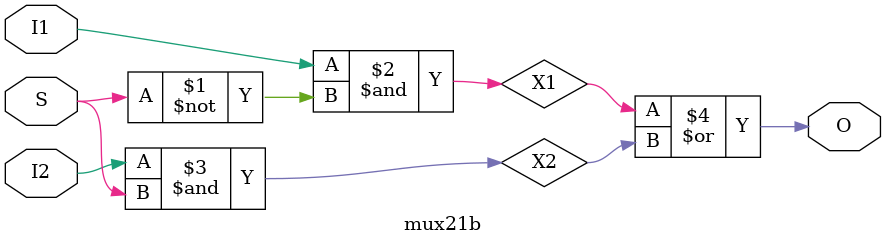
<source format=v>
module mux21b (I1,I2,S,O); // 2:1 single bit multiplexer built from primitive gates
  input I1,I2;
  input S;
  output O;
  and M1 (X1,I1,~S);
  and M2 (X2,I2,S);
  or M3 (O,X1,X2);
endmodule

</source>
